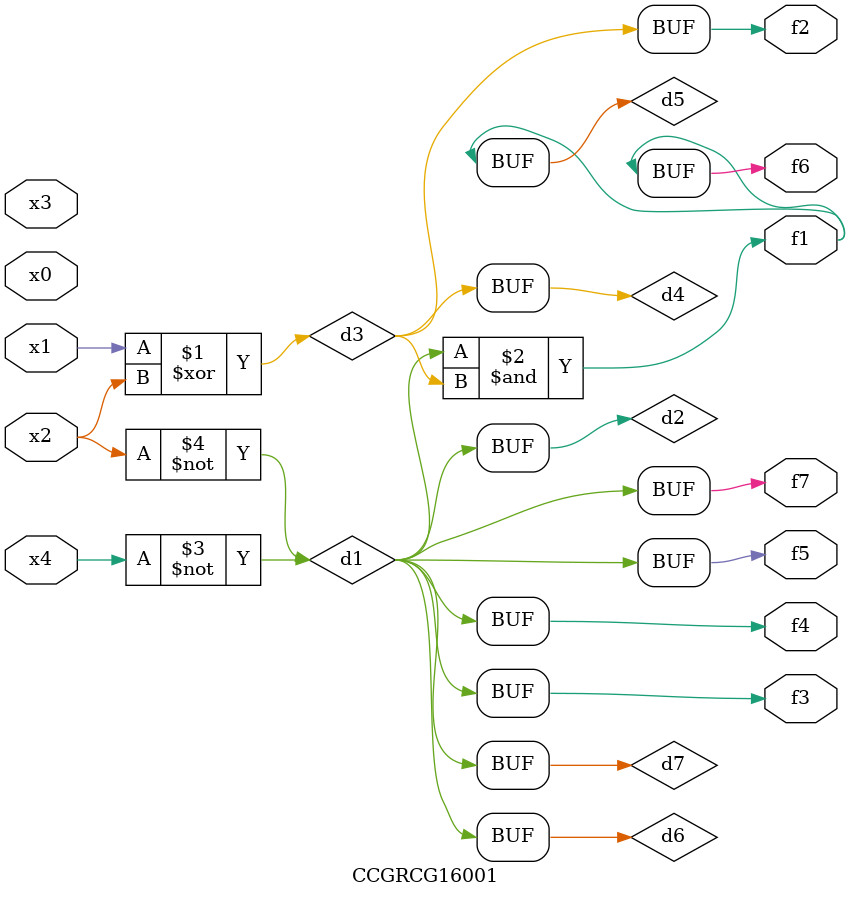
<source format=v>
module CCGRCG16001(
	input x0, x1, x2, x3, x4,
	output f1, f2, f3, f4, f5, f6, f7
);

	wire d1, d2, d3, d4, d5, d6, d7;

	not (d1, x4);
	not (d2, x2);
	xor (d3, x1, x2);
	buf (d4, d3);
	and (d5, d1, d3);
	buf (d6, d1, d2);
	buf (d7, d2);
	assign f1 = d5;
	assign f2 = d4;
	assign f3 = d7;
	assign f4 = d7;
	assign f5 = d7;
	assign f6 = d5;
	assign f7 = d7;
endmodule

</source>
